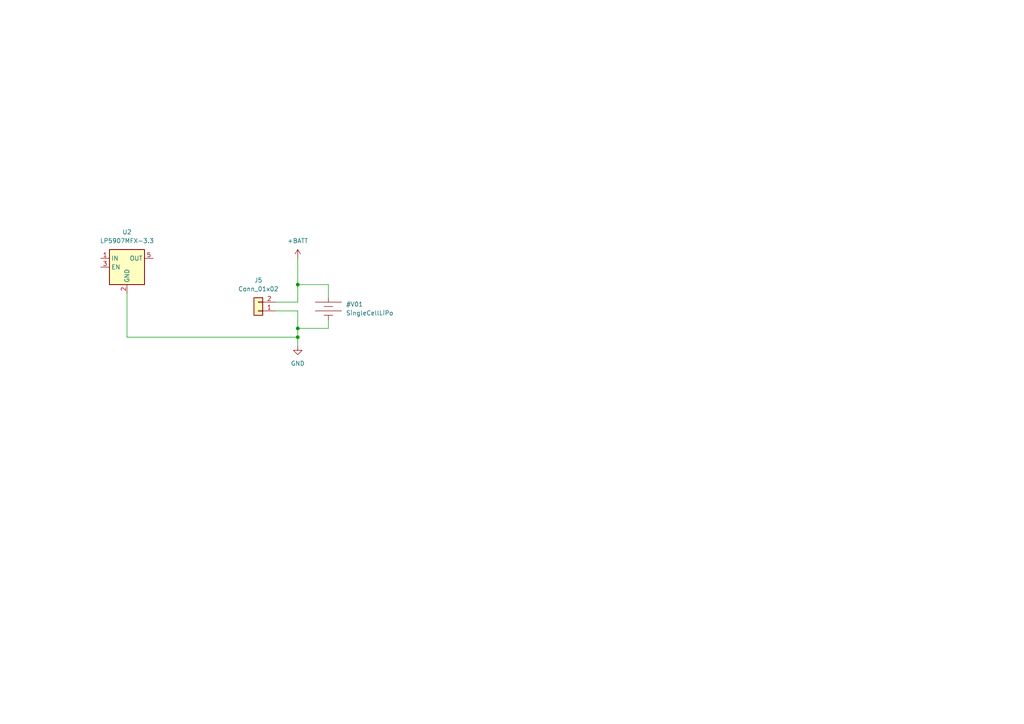
<source format=kicad_sch>
(kicad_sch (version 20230121) (generator eeschema)
  (paper "A4")
  (lib_symbols
    (symbol "Connector_Generic:Conn_01x02" (pin_names (offset 1.016) hide)
      (property "Reference" "J" (at 0 2.54 0))
      (property "Value" "Conn_01x02" (at 0 -5.08 0))
      (symbol "Conn_01x02_1_1"
        (rectangle (start -1.27 -2.413) (end 0 -2.667) (stroke (width 0.1524)))
        (rectangle (start -1.27 0.127) (end 0 -0.127) (stroke (width 0.1524)))
        (rectangle (start -1.27 1.27) (end 1.27 -3.81) (stroke (width 0.254)) (fill (type background)))
        (pin passive line (at -5.08 0 0) (length 3.81) (name "Pin_1") (number "1"))
        (pin passive line (at -5.08 -2.54 0) (length 3.81) (name "Pin_2") (number "2"))
      )
    )
    (symbol "Regulator_Linear:LP5907MFX-3.3"
      (property "Reference" "U" (at -3.81 6.35 0))
      (property "Value" "LP5907MFX-3.3" (at 6.35 6.35 0))
      (symbol "LP5907MFX-3.3_0_1"
        (rectangle (start -5.08 -5.08) (end 5.08 5.08) (stroke (width 0.254)) (fill (type background)))
        (pin power_in line (at -7.62 2.54 0) (length 2.54) (name "IN") (number "1"))
        (pin power_in line (at 0 -7.62 90) (length 2.54) (name "GND") (number "2"))
        (pin input line (at -7.62 0 0) (length 2.54) (name "EN") (number "3"))
        (pin no_connect line (at 5.08 0 180) (length 2.54) hide (name "NC") (number "4"))
        (pin power_out line (at 7.62 2.54 180) (length 2.54) (name "OUT") (number "5"))
      )
    )
    (symbol "minimouse:SingleCellLiPo" (power) (pin_numbers hide) (pin_names hide) (in_bom no) (on_board no)
      (property "Reference" "V" (at 1.8796 0.3048 0))
      (property "Value" "SingleCellLiPo" (at -11.43 1.27 0))
      (symbol "SingleCellLiPo_0_1"
        (polyline (pts (xy -3.81 0) (xy 3.81 0)))
        (polyline (pts (xy -3.81 2.54) (xy 3.81 2.54)))
        (polyline (pts (xy -1.27 -1.27) (xy 1.27 -1.27)))
        (polyline (pts (xy -1.27 1.27) (xy 1.27 1.27)))
      )
      (symbol "SingleCellLiPo_1_1"
        (pin power_out line (at 0 -2.54 90) (length 1.27) (name "+") (number ""))
        (pin power_out line (at 0 3.81 270) (length 1.27) (name "+") (number ""))
      )
    )
    (symbol "power:+BATT" (power) (pin_names (offset 0))
      (property "Value" "+BATT" (at 0 3.556 0))
      (symbol "+BATT_0_1"
        (polyline (pts (xy -0.762 1.27) (xy 0 2.54)))
        (polyline (pts (xy 0 0) (xy 0 2.54)))
        (polyline (pts (xy 0 2.54) (xy 0.762 1.27)))
      )
      (symbol "+BATT_1_1"
        (pin power_in line (at 0 0 90) (length 0) hide (name "+BATT") (number "1"))
      )
    )
    (symbol "power:GND" (power) (pin_names (offset 0))
      (property "Value" "GND" (at 0 -3.81 0))
      (symbol "GND_0_1"
        (polyline (pts (xy 0 0) (xy 0 -1.27) (xy 1.27 -1.27) (xy 0 -2.54) (xy -1.27 -1.27) (xy 0 -1.27)))
      )
      (symbol "GND_1_1"
        (pin power_in line (at 0 0 270) (length 0) hide (name "GND") (number "1"))
      )
    )
  )
  (junction (at 86.36 82.55))
  (junction (at 86.36 95.25))
  (junction (at 86.36 97.79))
  (wire (pts (xy 86.36 90.17) (xy 86.36 95.25)))
  (wire (pts (xy 36.83 97.79) (xy 86.36 97.79)))
  (wire (pts (xy 95.25 82.55) (xy 86.36 82.55)))
  (wire (pts (xy 86.36 74.93) (xy 86.36 82.55)))
  (wire (pts (xy 95.25 86.36) (xy 95.25 82.55)))
  (wire (pts (xy 95.25 92.71) (xy 95.25 95.25)))
  (wire (pts (xy 80.01 87.63) (xy 86.36 87.63)))
  (wire (pts (xy 86.36 95.25) (xy 86.36 97.79)))
  (wire (pts (xy 95.25 95.25) (xy 86.36 95.25)))
  (wire (pts (xy 86.36 97.79) (xy 86.36 100.33)))
  (wire (pts (xy 86.36 82.55) (xy 86.36 87.63)))
  (wire (pts (xy 36.83 85.09) (xy 36.83 97.79)))
  (wire (pts (xy 80.01 90.17) (xy 86.36 90.17)))
  (symbol (lib_id "power:+BATT") (at 86.36 74.93 0) (unit 1)
    (property "Reference" "#PWR036" (effects hide))
    (property "Value" "+BATT" (at 86.36 69.85 0))
  )
  (symbol (lib_id "minimouse:SingleCellLiPo") (at 95.25 90.17 0) (unit 1) (in_bom no) (on_board no)
    (property "Reference" "#V01" (at 100.33 88.265 0) (effects (justify left)))
    (property "Value" "SingleCellLiPo" (at 100.33 90.805 0) (effects (justify left)))
  )
  (symbol (lib_id "Regulator_Linear:LP5907MFX-3.3") (at 36.83 77.47 0) (unit 1)
    (property "Reference" "U2" (at 36.83 67.31 0))
    (property "Value" "LP5907MFX-3.3" (at 36.83 69.85 0))
    (property "Footprint" "Package_TO_SOT_SMD:SOT-23-5" (effects hide))
    (property "Datasheet" "http://www.ti.com/lit/ds/symlink/lp5907.pdf" (effects hide))
  )
  (symbol (lib_id "Connector_Generic:Conn_01x02") (at 74.93 90.17 180) (unit 1)
    (property "Reference" "J5" (at 74.93 81.28 0))
    (property "Value" "Conn_01x02" (at 74.93 83.82 0))
    (property "Footprint" "Connector_PinHeader_2.54mm:PinHeader_1x02_P2.54mm_Vertical" (effects hide))
  )
  (symbol (lib_id "power:GND") (at 86.36 100.33 0) (unit 1)
    (property "Reference" "#PWR037" (effects hide))
    (property "Value" "GND" (at 86.36 105.41 0))
  )
)
</source>
